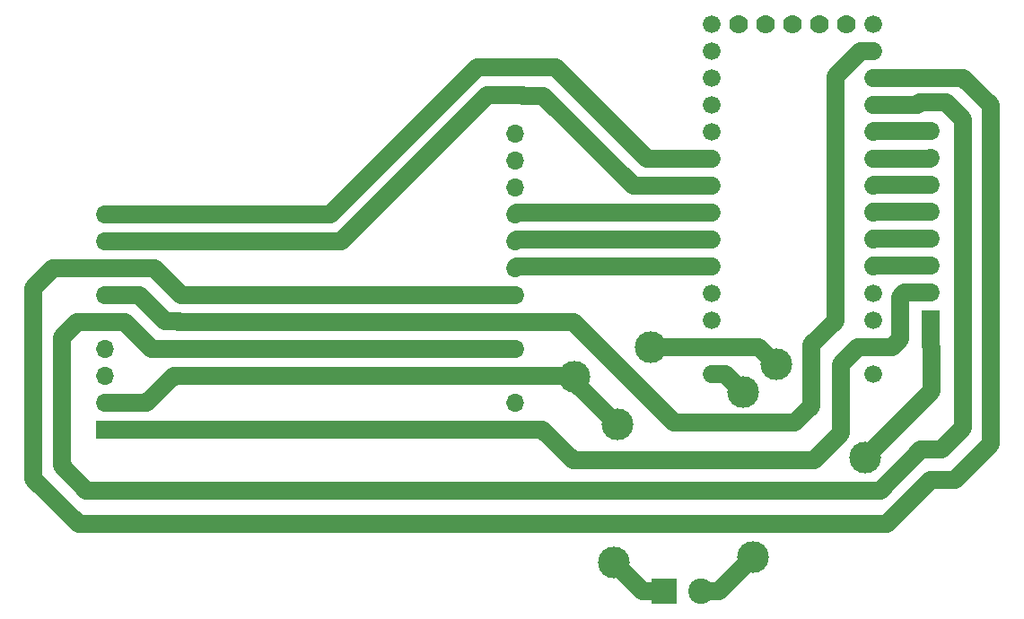
<source format=gbr>
G04 #@! TF.GenerationSoftware,KiCad,Pcbnew,5.1.4-e60b266~84~ubuntu18.04.1*
G04 #@! TF.CreationDate,2019-09-29T16:38:53-04:00*
G04 #@! TF.ProjectId,ib4,6962342e-6b69-4636-9164-5f7063625858,rev?*
G04 #@! TF.SameCoordinates,Original*
G04 #@! TF.FileFunction,Copper,L4,Bot*
G04 #@! TF.FilePolarity,Positive*
%FSLAX46Y46*%
G04 Gerber Fmt 4.6, Leading zero omitted, Abs format (unit mm)*
G04 Created by KiCad (PCBNEW 5.1.4-e60b266~84~ubuntu18.04.1) date 2019-09-29 16:38:53*
%MOMM*%
%LPD*%
G04 APERTURE LIST*
%ADD10C,1.676400*%
%ADD11C,1.778000*%
%ADD12R,1.700000X1.700000*%
%ADD13O,1.700000X1.700000*%
%ADD14R,2.400000X2.400000*%
%ADD15C,2.400000*%
%ADD16C,3.000000*%
%ADD17C,1.700000*%
G04 APERTURE END LIST*
D10*
X105994200Y-33591500D03*
X105994200Y-36131500D03*
X105994200Y-38671500D03*
X105994200Y-41211500D03*
X105994200Y-43751500D03*
X105994200Y-46291500D03*
X105994200Y-48831500D03*
X105994200Y-51371500D03*
X105994200Y-53911500D03*
X105994200Y-56451500D03*
X105994200Y-58991500D03*
X105994200Y-61531500D03*
X105994200Y-64071500D03*
X105994200Y-66611500D03*
X121234200Y-66611500D03*
X121234200Y-64071500D03*
X121234200Y-61531500D03*
X121234200Y-58991500D03*
X121234200Y-56451500D03*
X121234200Y-53911500D03*
X121234200Y-51371500D03*
X121234200Y-48831500D03*
X121234200Y-46291500D03*
X121234200Y-43751500D03*
X121234200Y-41211500D03*
X121234200Y-38671500D03*
X121234200Y-36131500D03*
X121234200Y-33591500D03*
D11*
X108534200Y-33591500D03*
X111074200Y-33591500D03*
X113614200Y-33591500D03*
X116154200Y-33591500D03*
X118694200Y-33591500D03*
D12*
X87477600Y-71831200D03*
D13*
X87477600Y-69291200D03*
X87477600Y-66751200D03*
X87477600Y-64211200D03*
X87477600Y-61671200D03*
X87477600Y-59131200D03*
X87477600Y-56591200D03*
X87477600Y-54051200D03*
X87477600Y-51511200D03*
X87477600Y-48971200D03*
X87477600Y-46431200D03*
X87477600Y-43891200D03*
D12*
X48793400Y-71882000D03*
D13*
X48793400Y-69342000D03*
X48793400Y-66802000D03*
X48793400Y-64262000D03*
X48793400Y-61722000D03*
X48793400Y-59182000D03*
X48793400Y-56642000D03*
X48793400Y-54102000D03*
X48793400Y-51562000D03*
D14*
X101498400Y-87134700D03*
D15*
X104998400Y-87134700D03*
D12*
X126650000Y-61440000D03*
D13*
X126650000Y-58900000D03*
X126650000Y-56360000D03*
X126650000Y-53820000D03*
X126650000Y-51280000D03*
X126650000Y-48740000D03*
X126650000Y-46200000D03*
X126650000Y-43660000D03*
D16*
X93091000Y-66903600D03*
X100253800Y-64096900D03*
X97104200Y-71361300D03*
X96761300Y-84404200D03*
X120500000Y-74450000D03*
X112100000Y-65700000D03*
X109931200Y-83921600D03*
X109000000Y-68300000D03*
D17*
X87477600Y-66751200D02*
X55283100Y-66751200D01*
X52692300Y-69342000D02*
X48793400Y-69342000D01*
X55283100Y-66751200D02*
X52692300Y-69342000D01*
X87477600Y-66751200D02*
X92938600Y-66751200D01*
X92938600Y-66751200D02*
X93091000Y-66903600D01*
X105994200Y-64071500D02*
X100279200Y-64071500D01*
X100279200Y-64071500D02*
X100253800Y-64096900D01*
X93091000Y-66903600D02*
X93091000Y-67348100D01*
X93091000Y-67348100D02*
X97104200Y-71361300D01*
X101498400Y-87134700D02*
X99491800Y-87134700D01*
X99491800Y-87134700D02*
X96761300Y-84404200D01*
X126650000Y-63990000D02*
X126750000Y-64090000D01*
X126650000Y-61440000D02*
X126650000Y-63990000D01*
X126750000Y-64090000D02*
X126750000Y-68200000D01*
X126750000Y-68200000D02*
X120500000Y-74450000D01*
X105994200Y-64071500D02*
X110471500Y-64071500D01*
X110471500Y-64071500D02*
X112100000Y-65700000D01*
X86275519Y-59131200D02*
X86237419Y-59169300D01*
X87477600Y-59131200D02*
X86275519Y-59131200D01*
X86237419Y-59169300D02*
X55956200Y-59169300D01*
X53428900Y-56642000D02*
X48793400Y-56642000D01*
X55956200Y-59169300D02*
X53428900Y-56642000D01*
X43865800Y-56642000D02*
X48793400Y-56642000D01*
X42037000Y-76479400D02*
X42037000Y-58470800D01*
X46342300Y-80784700D02*
X42037000Y-76479400D01*
X129771500Y-38671500D02*
X132350000Y-41250000D01*
X121234200Y-38671500D02*
X129771500Y-38671500D01*
X132350000Y-41250000D02*
X132350000Y-73200000D01*
X132350000Y-73200000D02*
X128950000Y-76600000D01*
X42037000Y-58470800D02*
X43865800Y-56642000D01*
X122515300Y-80784700D02*
X46342300Y-80784700D01*
X128950000Y-76600000D02*
X126700000Y-76600000D01*
X126700000Y-76600000D02*
X122515300Y-80784700D01*
X55771081Y-61671200D02*
X55758381Y-61658500D01*
X87477600Y-61671200D02*
X55771081Y-61671200D01*
X55758381Y-61658500D02*
X54495700Y-61658500D01*
X52019200Y-59182000D02*
X48793400Y-59182000D01*
X54495700Y-61658500D02*
X52019200Y-59182000D01*
X120048807Y-36131500D02*
X121234200Y-36131500D01*
X117678200Y-38502107D02*
X120048807Y-36131500D01*
X117678200Y-61595000D02*
X117678200Y-38502107D01*
X87477600Y-61671200D02*
X92951300Y-61671200D01*
X113855500Y-71196200D02*
X115417600Y-69634100D01*
X115417600Y-69634100D02*
X115417600Y-63855600D01*
X92951300Y-61671200D02*
X102476300Y-71196200D01*
X102476300Y-71196200D02*
X113855500Y-71196200D01*
X115417600Y-63855600D02*
X117678200Y-61595000D01*
X50685700Y-61722000D02*
X48793400Y-61722000D01*
X87477600Y-64211200D02*
X53174900Y-64211200D01*
X53174900Y-64211200D02*
X50685700Y-61722000D01*
X125400000Y-41200000D02*
X122431093Y-41200000D01*
X122419593Y-41211500D02*
X121234200Y-41211500D01*
X125650000Y-40950000D02*
X125400000Y-41200000D01*
X129750000Y-42550000D02*
X128150000Y-40950000D01*
X127700000Y-73750000D02*
X129750000Y-71700000D01*
X122431093Y-41200000D02*
X122419593Y-41211500D01*
X128150000Y-40950000D02*
X125650000Y-40950000D01*
X129750000Y-71700000D02*
X129750000Y-42550000D01*
X125750000Y-73750000D02*
X127700000Y-73750000D01*
X48793400Y-61722000D02*
X46189900Y-61722000D01*
X46189900Y-61722000D02*
X44742100Y-63169800D01*
X44742100Y-63169800D02*
X44742100Y-75285600D01*
X44742100Y-75285600D02*
X47053500Y-77597000D01*
X121903000Y-77597000D02*
X125750000Y-73750000D01*
X47053500Y-77597000D02*
X121903000Y-77597000D01*
X48844200Y-71831200D02*
X48793400Y-71882000D01*
X87477600Y-71831200D02*
X48844200Y-71831200D01*
X90027600Y-71831200D02*
X92974000Y-74777600D01*
X87477600Y-71831200D02*
X90027600Y-71831200D01*
X92974000Y-74777600D02*
X115697000Y-74777600D01*
X115697000Y-74777600D02*
X118237000Y-72237600D01*
X118237000Y-72237600D02*
X118237000Y-65659000D01*
X119824500Y-64071500D02*
X121234200Y-64071500D01*
X118237000Y-65659000D02*
X119824500Y-64071500D01*
X126650000Y-58900000D02*
X124200000Y-58900000D01*
X124200000Y-58900000D02*
X123800000Y-59300000D01*
X123800000Y-59300000D02*
X123800000Y-63300000D01*
X123028500Y-64071500D02*
X121234200Y-64071500D01*
X123800000Y-63300000D02*
X123028500Y-64071500D01*
X104998400Y-87134700D02*
X106718100Y-87134700D01*
X106718100Y-87134700D02*
X109931200Y-83921600D01*
X105994200Y-66611500D02*
X107311500Y-66611500D01*
X107311500Y-66611500D02*
X109000000Y-68300000D01*
X121285700Y-56400000D02*
X121234200Y-56451500D01*
X126700000Y-56400000D02*
X121285700Y-56400000D01*
X121285700Y-53860000D02*
X121234200Y-53911500D01*
X126700000Y-53860000D02*
X121285700Y-53860000D01*
X121285700Y-51320000D02*
X121234200Y-51371500D01*
X126700000Y-51320000D02*
X121285700Y-51320000D01*
X121325700Y-48740000D02*
X121234200Y-48831500D01*
X126650000Y-48740000D02*
X121325700Y-48740000D01*
X126558500Y-46291500D02*
X126650000Y-46200000D01*
X121234200Y-46291500D02*
X126558500Y-46291500D01*
X121325700Y-43660000D02*
X121234200Y-43751500D01*
X126650000Y-43660000D02*
X121325700Y-43660000D01*
X87617300Y-53911500D02*
X87477600Y-54051200D01*
X105994200Y-53911500D02*
X87617300Y-53911500D01*
X87617300Y-51371500D02*
X87477600Y-51511200D01*
X105994200Y-51371500D02*
X87617300Y-51371500D01*
X87617300Y-56451500D02*
X87477600Y-56591200D01*
X105994200Y-56451500D02*
X87617300Y-56451500D01*
X104808807Y-48831500D02*
X104796107Y-48844200D01*
X105994200Y-48831500D02*
X104808807Y-48831500D01*
X104796107Y-48844200D02*
X98640900Y-48844200D01*
X98640900Y-48844200D02*
X90144600Y-40347900D01*
X88208898Y-40347900D02*
X88145398Y-40284400D01*
X90144600Y-40347900D02*
X88208898Y-40347900D01*
X88145398Y-40284400D02*
X84886800Y-40284400D01*
X71069200Y-54102000D02*
X48793400Y-54102000D01*
X84886800Y-40284400D02*
X71069200Y-54102000D01*
X99949000Y-46291500D02*
X105994200Y-46291500D01*
X91274900Y-37617400D02*
X99949000Y-46291500D01*
X48793400Y-51562000D02*
X70015100Y-51562000D01*
X83959700Y-37617400D02*
X91274900Y-37617400D01*
X70015100Y-51562000D02*
X83959700Y-37617400D01*
M02*

</source>
